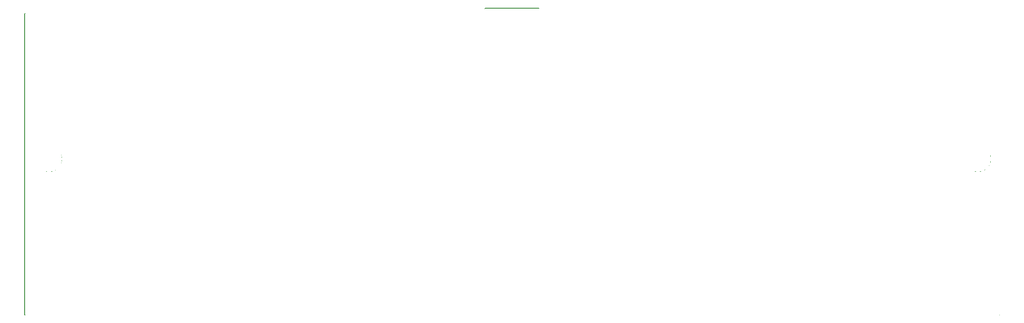
<source format=gbo>
G04 #@! TF.GenerationSoftware,KiCad,Pcbnew,(5.1.7)-1*
G04 #@! TF.CreationDate,2022-10-22T23:27:14+02:00*
G04 #@! TF.ProjectId,Skala,536b616c-612e-46b6-9963-61645f706362,rev?*
G04 #@! TF.SameCoordinates,Original*
G04 #@! TF.FileFunction,Legend,Bot*
G04 #@! TF.FilePolarity,Positive*
%FSLAX46Y46*%
G04 Gerber Fmt 4.6, Leading zero omitted, Abs format (unit mm)*
G04 Created by KiCad (PCBNEW (5.1.7)-1) date 2022-10-22 23:27:14*
%MOMM*%
%LPD*%
G01*
G04 APERTURE LIST*
G04 #@! TA.AperFunction,Profile*
%ADD10C,0.150000*%
G04 #@! TD*
%ADD11C,0.254000*%
%ADD12C,0.100000*%
G04 APERTURE END LIST*
D10*
X125000000Y-29000000D02*
X115000000Y-29000000D01*
X125000000Y-30000000D02*
X125000000Y-29000000D01*
X115000000Y-30000000D02*
X115000000Y-29000000D01*
X125000000Y-30000000D02*
X210500000Y-30000000D01*
X209000000Y-57000000D02*
G75*
G03*
X209000000Y-57000000I-2500000J0D01*
G01*
X36500000Y-57000000D02*
G75*
G03*
X36500000Y-57000000I-2500000J0D01*
G01*
X40000000Y-53500000D02*
X40000000Y-60500000D01*
X200000000Y-60500000D02*
X40000000Y-60500000D01*
X200000000Y-53500000D02*
X200000000Y-60500000D01*
X40000000Y-53500000D02*
X200000000Y-53500000D01*
X29500000Y-86000000D02*
X29500000Y-30000000D01*
X210500000Y-86000000D02*
X29500000Y-86000000D01*
X210500000Y-30000000D02*
X210500000Y-86000000D01*
X29500000Y-30000000D02*
X115000000Y-30000000D01*
%LPC*%
D11*
X125000000Y-30000000D02*
X210373000Y-30000000D01*
X210373000Y-85873000D01*
X29627000Y-85873000D01*
X29627000Y-57000000D01*
X31500000Y-57000000D01*
X31519713Y-57313333D01*
X31578542Y-57621725D01*
X31675559Y-57920311D01*
X31809233Y-58204384D01*
X31977458Y-58469463D01*
X32177578Y-58711368D01*
X32406440Y-58926283D01*
X32660433Y-59110820D01*
X32935552Y-59262068D01*
X33227458Y-59377641D01*
X33531547Y-59455718D01*
X33843024Y-59495067D01*
X34156976Y-59495067D01*
X34468453Y-59455718D01*
X34772542Y-59377641D01*
X35064448Y-59262068D01*
X35339567Y-59110820D01*
X35593560Y-58926283D01*
X35822422Y-58711368D01*
X36022542Y-58469463D01*
X36190767Y-58204384D01*
X36324441Y-57920311D01*
X36421458Y-57621725D01*
X36480287Y-57313333D01*
X36500000Y-57000000D01*
X36480287Y-56686667D01*
X36421458Y-56378275D01*
X36324441Y-56079689D01*
X36190767Y-55795616D01*
X36022542Y-55530537D01*
X35822422Y-55288632D01*
X35593560Y-55073717D01*
X35339567Y-54889180D01*
X35064448Y-54737932D01*
X34772542Y-54622359D01*
X34468453Y-54544282D01*
X34156976Y-54504933D01*
X33843024Y-54504933D01*
X33531547Y-54544282D01*
X33227458Y-54622359D01*
X32935552Y-54737932D01*
X32660433Y-54889180D01*
X32406440Y-55073717D01*
X32177578Y-55288632D01*
X31977458Y-55530537D01*
X31809233Y-55795616D01*
X31675559Y-56079689D01*
X31578542Y-56378275D01*
X31519713Y-56686667D01*
X31500000Y-57000000D01*
X29627000Y-57000000D01*
X29627000Y-53500000D01*
X40000000Y-53500000D01*
X40000000Y-60500000D01*
X200000000Y-60500000D01*
X200000000Y-57000000D01*
X204000000Y-57000000D01*
X204019713Y-57313333D01*
X204078542Y-57621725D01*
X204175559Y-57920311D01*
X204309233Y-58204384D01*
X204477458Y-58469463D01*
X204677578Y-58711368D01*
X204906440Y-58926283D01*
X205160433Y-59110820D01*
X205435552Y-59262068D01*
X205727458Y-59377641D01*
X206031547Y-59455718D01*
X206343024Y-59495067D01*
X206656976Y-59495067D01*
X206968453Y-59455718D01*
X207272542Y-59377641D01*
X207564448Y-59262068D01*
X207839567Y-59110820D01*
X208093560Y-58926283D01*
X208322422Y-58711368D01*
X208522542Y-58469463D01*
X208690767Y-58204384D01*
X208824441Y-57920311D01*
X208921458Y-57621725D01*
X208980287Y-57313333D01*
X209000000Y-57000000D01*
X208980287Y-56686667D01*
X208921458Y-56378275D01*
X208824441Y-56079689D01*
X208690767Y-55795616D01*
X208522542Y-55530537D01*
X208322422Y-55288632D01*
X208093560Y-55073717D01*
X207839567Y-54889180D01*
X207564448Y-54737932D01*
X207272542Y-54622359D01*
X206968453Y-54544282D01*
X206656976Y-54504933D01*
X206343024Y-54504933D01*
X206031547Y-54544282D01*
X205727458Y-54622359D01*
X205435552Y-54737932D01*
X205160433Y-54889180D01*
X204906440Y-55073717D01*
X204677578Y-55288632D01*
X204477458Y-55530537D01*
X204309233Y-55795616D01*
X204175559Y-56079689D01*
X204078542Y-56378275D01*
X204019713Y-56686667D01*
X204000000Y-57000000D01*
X200000000Y-57000000D01*
X200000000Y-53500000D01*
X40000000Y-53500000D01*
X29627000Y-53500000D01*
X29627000Y-30000000D01*
X115000000Y-30000000D01*
X115000000Y-29127000D01*
X125000000Y-29127000D01*
X125000000Y-30000000D01*
D12*
G36*
X125000000Y-30000000D02*
G01*
X210373000Y-30000000D01*
X210373000Y-85873000D01*
X29627000Y-85873000D01*
X29627000Y-57000000D01*
X31500000Y-57000000D01*
X31519713Y-57313333D01*
X31578542Y-57621725D01*
X31675559Y-57920311D01*
X31809233Y-58204384D01*
X31977458Y-58469463D01*
X32177578Y-58711368D01*
X32406440Y-58926283D01*
X32660433Y-59110820D01*
X32935552Y-59262068D01*
X33227458Y-59377641D01*
X33531547Y-59455718D01*
X33843024Y-59495067D01*
X34156976Y-59495067D01*
X34468453Y-59455718D01*
X34772542Y-59377641D01*
X35064448Y-59262068D01*
X35339567Y-59110820D01*
X35593560Y-58926283D01*
X35822422Y-58711368D01*
X36022542Y-58469463D01*
X36190767Y-58204384D01*
X36324441Y-57920311D01*
X36421458Y-57621725D01*
X36480287Y-57313333D01*
X36500000Y-57000000D01*
X36480287Y-56686667D01*
X36421458Y-56378275D01*
X36324441Y-56079689D01*
X36190767Y-55795616D01*
X36022542Y-55530537D01*
X35822422Y-55288632D01*
X35593560Y-55073717D01*
X35339567Y-54889180D01*
X35064448Y-54737932D01*
X34772542Y-54622359D01*
X34468453Y-54544282D01*
X34156976Y-54504933D01*
X33843024Y-54504933D01*
X33531547Y-54544282D01*
X33227458Y-54622359D01*
X32935552Y-54737932D01*
X32660433Y-54889180D01*
X32406440Y-55073717D01*
X32177578Y-55288632D01*
X31977458Y-55530537D01*
X31809233Y-55795616D01*
X31675559Y-56079689D01*
X31578542Y-56378275D01*
X31519713Y-56686667D01*
X31500000Y-57000000D01*
X29627000Y-57000000D01*
X29627000Y-53500000D01*
X40000000Y-53500000D01*
X40000000Y-60500000D01*
X200000000Y-60500000D01*
X200000000Y-57000000D01*
X204000000Y-57000000D01*
X204019713Y-57313333D01*
X204078542Y-57621725D01*
X204175559Y-57920311D01*
X204309233Y-58204384D01*
X204477458Y-58469463D01*
X204677578Y-58711368D01*
X204906440Y-58926283D01*
X205160433Y-59110820D01*
X205435552Y-59262068D01*
X205727458Y-59377641D01*
X206031547Y-59455718D01*
X206343024Y-59495067D01*
X206656976Y-59495067D01*
X206968453Y-59455718D01*
X207272542Y-59377641D01*
X207564448Y-59262068D01*
X207839567Y-59110820D01*
X208093560Y-58926283D01*
X208322422Y-58711368D01*
X208522542Y-58469463D01*
X208690767Y-58204384D01*
X208824441Y-57920311D01*
X208921458Y-57621725D01*
X208980287Y-57313333D01*
X209000000Y-57000000D01*
X208980287Y-56686667D01*
X208921458Y-56378275D01*
X208824441Y-56079689D01*
X208690767Y-55795616D01*
X208522542Y-55530537D01*
X208322422Y-55288632D01*
X208093560Y-55073717D01*
X207839567Y-54889180D01*
X207564448Y-54737932D01*
X207272542Y-54622359D01*
X206968453Y-54544282D01*
X206656976Y-54504933D01*
X206343024Y-54504933D01*
X206031547Y-54544282D01*
X205727458Y-54622359D01*
X205435552Y-54737932D01*
X205160433Y-54889180D01*
X204906440Y-55073717D01*
X204677578Y-55288632D01*
X204477458Y-55530537D01*
X204309233Y-55795616D01*
X204175559Y-56079689D01*
X204078542Y-56378275D01*
X204019713Y-56686667D01*
X204000000Y-57000000D01*
X200000000Y-57000000D01*
X200000000Y-53500000D01*
X40000000Y-53500000D01*
X29627000Y-53500000D01*
X29627000Y-30000000D01*
X115000000Y-30000000D01*
X115000000Y-29127000D01*
X125000000Y-29127000D01*
X125000000Y-30000000D01*
G37*
M02*

</source>
